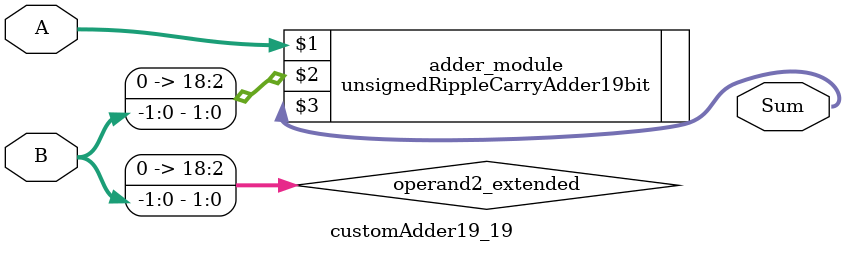
<source format=v>
module customAdder19_19(
                        input [18 : 0] A,
                        input [-1 : 0] B,
                        
                        output [19 : 0] Sum
                );

        wire [18 : 0] operand2_extended;
        
        assign operand2_extended =  {19'b0, B};
        
        unsignedRippleCarryAdder19bit adder_module(
            A,
            operand2_extended,
            Sum
        );
        
        endmodule
        
</source>
